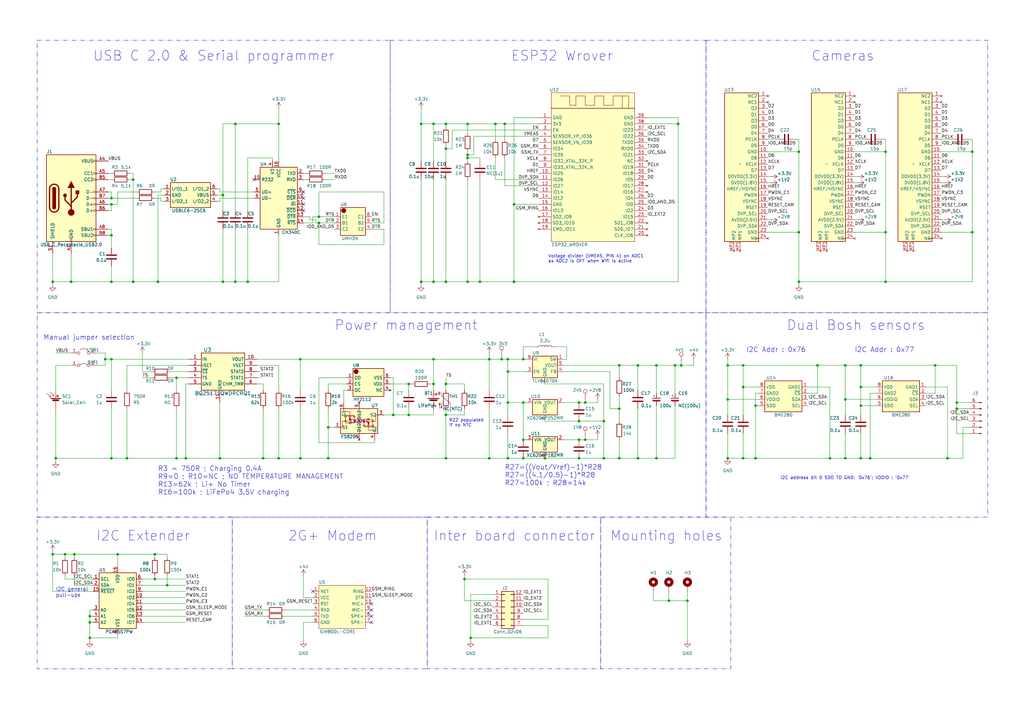
<source format=kicad_sch>
(kicad_sch (version 20230121) (generator eeschema)
  (paper "A3")
  (junction (at 340.36 187.96))
  (junction (at 205.74 147.32))
  (junction (at 363.22 62.23))
  (junction (at 304.8 158.75))
  (junction (at 208.28 165.1))
  (junction (at 96.52 50.8))
  (junction (at 309.88 187.96))
  (junction (at 210.82 83.82))
  (junction (at 269.24 149.86))
  (junction (at 64.77 115.57))
  (junction (at 353.06 158.75))
  (junction (at 214.63 180.34))
  (junction (at 203.2 50.8))
  (junction (at 247.65 187.96))
  (junction (at 72.39 154.94))
  (junction (at 52.07 187.96))
  (junction (at 63.5 227.33))
  (junction (at 182.88 60.96))
  (junction (at 107.95 187.96))
  (junction (at 240.03 165.1))
  (junction (at 45.72 147.32))
  (junction (at 214.63 165.1))
  (junction (at 177.8 115.57))
  (junction (at 36.83 255.27))
  (junction (at 237.49 180.34))
  (junction (at 208.28 187.96))
  (junction (at 22.86 187.96))
  (junction (at 237.49 172.72))
  (junction (at 214.63 147.32))
  (junction (at 269.24 187.96))
  (junction (at 309.88 166.37))
  (junction (at 101.6 115.57))
  (junction (at 72.39 187.96))
  (junction (at 45.72 81.28))
  (junction (at 398.78 95.25))
  (junction (at 327.66 95.25))
  (junction (at 161.29 170.18))
  (junction (at 130.81 91.44))
  (junction (at 383.54 149.86))
  (junction (at 193.04 261.62))
  (junction (at 167.64 170.18))
  (junction (at 274.32 246.38))
  (junction (at 76.2 187.96))
  (junction (at 134.62 187.96))
  (junction (at 298.45 163.83))
  (junction (at 182.88 157.48))
  (junction (at 190.5 237.49))
  (junction (at 346.71 163.83))
  (junction (at 91.44 115.57))
  (junction (at 353.06 187.96))
  (junction (at 45.72 187.96))
  (junction (at 278.13 50.8))
  (junction (at 237.49 165.1))
  (junction (at 223.52 187.96))
  (junction (at 36.83 261.62))
  (junction (at 298.45 149.86))
  (junction (at 335.28 149.86))
  (junction (at 346.71 187.96))
  (junction (at 261.62 187.96))
  (junction (at 134.62 175.26))
  (junction (at 68.58 240.03))
  (junction (at 261.62 149.86))
  (junction (at 346.71 149.86))
  (junction (at 254 149.86))
  (junction (at 43.18 147.32))
  (junction (at 356.87 187.96))
  (junction (at 182.88 187.96))
  (junction (at 96.52 115.57))
  (junction (at 327.66 62.23))
  (junction (at 304.8 149.86))
  (junction (at 45.72 83.82))
  (junction (at 392.43 165.1))
  (junction (at 279.4 149.86))
  (junction (at 36.83 252.73))
  (junction (at 191.77 50.8))
  (junction (at 114.3 187.96))
  (junction (at 29.21 115.57))
  (junction (at 114.3 50.8))
  (junction (at 363.22 95.25))
  (junction (at 48.26 227.33))
  (junction (at 191.77 63.5))
  (junction (at 167.64 157.48))
  (junction (at 21.59 115.57))
  (junction (at 276.86 149.86))
  (junction (at 172.72 50.8))
  (junction (at 191.77 115.57))
  (junction (at 182.88 115.57))
  (junction (at 191.77 64.77))
  (junction (at 392.43 167.64))
  (junction (at 281.94 246.38))
  (junction (at 21.59 227.33))
  (junction (at 353.06 149.86))
  (junction (at 90.17 187.96))
  (junction (at 254 167.64))
  (junction (at 177.8 157.48))
  (junction (at 254 187.96))
  (junction (at 54.61 73.66))
  (junction (at 172.72 115.57))
  (junction (at 363.22 115.57))
  (junction (at 240.03 180.34))
  (junction (at 196.85 115.57))
  (junction (at 208.28 152.4))
  (junction (at 130.81 88.9))
  (junction (at 30.48 227.33))
  (junction (at 123.19 187.96))
  (junction (at 182.88 170.18))
  (junction (at 298.45 187.96))
  (junction (at 91.44 80.01))
  (junction (at 214.63 187.96))
  (junction (at 45.72 96.52))
  (junction (at 26.67 227.33))
  (junction (at 388.62 187.96))
  (junction (at 210.82 115.57))
  (junction (at 327.66 115.57))
  (junction (at 237.49 187.96))
  (junction (at 353.06 166.37))
  (junction (at 304.8 187.96))
  (junction (at 63.5 237.49))
  (junction (at 45.72 115.57))
  (junction (at 177.8 50.8))
  (junction (at 54.61 115.57))
  (junction (at 123.19 147.32))
  (junction (at 247.65 172.72))
  (junction (at 207.01 50.8))
  (junction (at 398.78 62.23))
  (junction (at 177.8 147.32))
  (junction (at 208.28 147.32))
  (junction (at 200.66 187.96))
  (junction (at 200.66 147.32))
  (junction (at 182.88 50.8))
  (no_connect (at 152.4 247.65))
  (no_connect (at 124.46 83.82))
  (no_connect (at 124.46 86.36))
  (no_connect (at 124.46 81.28))
  (no_connect (at 152.4 255.27))
  (no_connect (at 104.14 73.66))
  (no_connect (at 128.27 242.57))
  (no_connect (at 152.4 252.73))
  (no_connect (at 124.46 78.74))
  (no_connect (at 152.4 250.19))
  (wire (pts (xy 45.72 96.52) (xy 45.72 101.6)))
  (wire (pts (xy 182.88 115.57) (xy 191.77 115.57)))
  (wire (pts (xy 90.17 165.1) (xy 90.17 187.96)))
  (wire (pts (xy 386.08 57.15) (xy 389.89 57.15)))
  (wire (pts (xy 107.95 167.64) (xy 107.95 187.96)))
  (wire (pts (xy 340.36 158.75) (xy 340.36 187.96)))
  (wire (pts (xy 304.8 149.86) (xy 335.28 149.86)))
  (wire (pts (xy 63.5 237.49) (xy 76.2 237.49)))
  (wire (pts (xy 69.85 154.94) (xy 72.39 154.94)))
  (wire (pts (xy 182.88 60.96) (xy 185.42 60.96)))
  (wire (pts (xy 210.82 83.82) (xy 210.82 115.57)))
  (wire (pts (xy 182.88 154.94) (xy 182.88 157.48)))
  (wire (pts (xy 203.2 73.66) (xy 220.98 73.66)))
  (wire (pts (xy 66.04 81.28) (xy 66.04 82.55)))
  (wire (pts (xy 208.28 187.96) (xy 214.63 187.96)))
  (wire (pts (xy 304.8 177.8) (xy 304.8 187.96)))
  (wire (pts (xy 250.19 152.4) (xy 250.19 167.64)))
  (wire (pts (xy 182.88 170.18) (xy 182.88 187.96)))
  (wire (pts (xy 254 149.86) (xy 261.62 149.86)))
  (wire (pts (xy 196.85 115.57) (xy 210.82 115.57)))
  (wire (pts (xy 116.84 250.19) (xy 128.27 250.19)))
  (wire (pts (xy 223.52 187.96) (xy 237.49 187.96)))
  (wire (pts (xy 394.97 175.26) (xy 394.97 187.96)))
  (wire (pts (xy 191.77 50.8) (xy 203.2 50.8)))
  (wire (pts (xy 160.02 157.48) (xy 167.64 157.48)))
  (wire (pts (xy 311.15 166.37) (xy 309.88 166.37)))
  (wire (pts (xy 196.85 64.77) (xy 196.85 66.04)))
  (wire (pts (xy 152.4 93.98) (xy 157.48 93.98)))
  (wire (pts (xy 43.18 147.32) (xy 43.18 149.86)))
  (wire (pts (xy 182.88 50.8) (xy 182.88 52.07)))
  (wire (pts (xy 182.88 60.96) (xy 182.88 59.69)))
  (wire (pts (xy 21.59 115.57) (xy 29.21 115.57)))
  (wire (pts (xy 45.72 115.57) (xy 29.21 115.57)))
  (wire (pts (xy 107.95 187.96) (xy 114.3 187.96)))
  (wire (pts (xy 123.19 187.96) (xy 114.3 187.96)))
  (wire (pts (xy 214.63 180.34) (xy 215.9 180.34)))
  (wire (pts (xy 316.23 90.17) (xy 314.96 90.17)))
  (wire (pts (xy 30.48 227.33) (xy 30.48 228.6)))
  (wire (pts (xy 134.62 167.64) (xy 134.62 175.26)))
  (wire (pts (xy 48.26 78.74) (xy 48.26 83.82)))
  (wire (pts (xy 22.86 187.96) (xy 45.72 187.96)))
  (wire (pts (xy 224.79 256.54) (xy 224.79 261.62)))
  (wire (pts (xy 247.65 157.48) (xy 247.65 172.72)))
  (wire (pts (xy 269.24 187.96) (xy 276.86 187.96)))
  (wire (pts (xy 128.27 91.44) (xy 128.27 88.9)))
  (wire (pts (xy 43.18 147.32) (xy 45.72 147.32)))
  (wire (pts (xy 304.8 149.86) (xy 304.8 158.75)))
  (wire (pts (xy 64.77 80.01) (xy 64.77 115.57)))
  (wire (pts (xy 54.61 71.12) (xy 53.34 71.12)))
  (wire (pts (xy 383.54 149.86) (xy 392.43 149.86)))
  (wire (pts (xy 398.78 62.23) (xy 398.78 95.25)))
  (wire (pts (xy 124.46 245.11) (xy 128.27 245.11)))
  (wire (pts (xy 207.01 76.2) (xy 220.98 76.2)))
  (wire (pts (xy 314.96 62.23) (xy 327.66 62.23)))
  (wire (pts (xy 45.72 78.74) (xy 44.45 78.74)))
  (wire (pts (xy 231.14 152.4) (xy 250.19 152.4)))
  (wire (pts (xy 276.86 187.96) (xy 276.86 166.37)))
  (wire (pts (xy 45.72 115.57) (xy 54.61 115.57)))
  (wire (pts (xy 223.52 172.72) (xy 237.49 172.72)))
  (wire (pts (xy 182.88 187.96) (xy 200.66 187.96)))
  (wire (pts (xy 123.19 147.32) (xy 177.8 147.32)))
  (wire (pts (xy 231.14 180.34) (xy 237.49 180.34)))
  (wire (pts (xy 123.19 147.32) (xy 123.19 160.02)))
  (wire (pts (xy 101.6 64.77) (xy 101.6 86.36)))
  (wire (pts (xy 247.65 172.72) (xy 247.65 187.96)))
  (wire (pts (xy 200.66 147.32) (xy 200.66 160.02)))
  (wire (pts (xy 90.17 81.28) (xy 104.14 81.28)))
  (wire (pts (xy 387.35 90.17) (xy 386.08 90.17)))
  (wire (pts (xy 36.83 252.73) (xy 36.83 255.27)))
  (wire (pts (xy 284.48 149.86) (xy 279.4 149.86)))
  (wire (pts (xy 125.73 71.12) (xy 124.46 71.12)))
  (wire (pts (xy 182.88 187.96) (xy 134.62 187.96)))
  (wire (pts (xy 52.07 167.64) (xy 52.07 187.96)))
  (wire (pts (xy 350.52 57.15) (xy 354.33 57.15)))
  (wire (pts (xy 58.42 250.19) (xy 76.2 250.19)))
  (wire (pts (xy 309.88 187.96) (xy 340.36 187.96)))
  (wire (pts (xy 172.72 115.57) (xy 177.8 115.57)))
  (wire (pts (xy 177.8 157.48) (xy 176.53 157.48)))
  (wire (pts (xy 152.4 91.44) (xy 157.48 91.44)))
  (wire (pts (xy 261.62 187.96) (xy 269.24 187.96)))
  (wire (pts (xy 363.22 115.57) (xy 327.66 115.57)))
  (wire (pts (xy 157.48 100.33) (xy 157.48 93.98)))
  (wire (pts (xy 48.26 260.35) (xy 48.26 261.62)))
  (wire (pts (xy 346.71 163.83) (xy 346.71 170.18)))
  (wire (pts (xy 269.24 149.86) (xy 276.86 149.86)))
  (wire (pts (xy 304.8 158.75) (xy 304.8 170.18)))
  (wire (pts (xy 44.45 86.36) (xy 45.72 86.36)))
  (wire (pts (xy 130.81 91.44) (xy 137.16 91.44)))
  (wire (pts (xy 353.06 166.37) (xy 359.41 166.37)))
  (wire (pts (xy 363.22 95.25) (xy 363.22 115.57)))
  (wire (pts (xy 210.82 83.82) (xy 220.98 83.82)))
  (wire (pts (xy 114.3 44.45) (xy 114.3 50.8)))
  (wire (pts (xy 261.62 160.02) (xy 261.62 149.86)))
  (wire (pts (xy 58.42 255.27) (xy 76.2 255.27)))
  (wire (pts (xy 153.67 180.34) (xy 153.67 181.61)))
  (wire (pts (xy 220.98 48.26) (xy 210.82 48.26)))
  (wire (pts (xy 182.88 50.8) (xy 191.77 50.8)))
  (wire (pts (xy 54.61 73.66) (xy 54.61 115.57)))
  (wire (pts (xy 200.66 167.64) (xy 200.66 187.96)))
  (wire (pts (xy 203.2 50.8) (xy 207.01 50.8)))
  (wire (pts (xy 111.76 66.04) (xy 111.76 64.77)))
  (wire (pts (xy 276.86 149.86) (xy 276.86 161.29)))
  (wire (pts (xy 90.17 77.47) (xy 88.9 77.47)))
  (wire (pts (xy 45.72 187.96) (xy 52.07 187.96)))
  (wire (pts (xy 191.77 63.5) (xy 191.77 64.77)))
  (wire (pts (xy 353.06 149.86) (xy 353.06 158.75)))
  (wire (pts (xy 22.86 167.64) (xy 22.86 187.96)))
  (wire (pts (xy 351.79 72.39) (xy 350.52 72.39)))
  (wire (pts (xy 327.66 95.25) (xy 314.96 95.25)))
  (wire (pts (xy 76.2 187.96) (xy 90.17 187.96)))
  (wire (pts (xy 161.29 154.94) (xy 160.02 154.94)))
  (wire (pts (xy 68.58 236.22) (xy 68.58 240.03)))
  (wire (pts (xy 177.8 50.8) (xy 177.8 66.04)))
  (wire (pts (xy 96.52 93.98) (xy 96.52 115.57)))
  (wire (pts (xy 190.5 237.49) (xy 224.79 237.49)))
  (wire (pts (xy 157.48 170.18) (xy 161.29 170.18)))
  (wire (pts (xy 314.96 57.15) (xy 318.77 57.15)))
  (wire (pts (xy 44.45 83.82) (xy 45.72 83.82)))
  (wire (pts (xy 278.13 50.8) (xy 265.43 50.8)))
  (wire (pts (xy 68.58 227.33) (xy 68.58 228.6)))
  (wire (pts (xy 359.41 161.29) (xy 356.87 161.29)))
  (wire (pts (xy 392.43 167.64) (xy 397.51 167.64)))
  (wire (pts (xy 134.62 160.02) (xy 134.62 157.48)))
  (wire (pts (xy 177.8 170.18) (xy 167.64 170.18)))
  (wire (pts (xy 172.72 50.8) (xy 172.72 66.04)))
  (wire (pts (xy 254 167.64) (xy 254 172.72)))
  (wire (pts (xy 386.08 62.23) (xy 398.78 62.23)))
  (wire (pts (xy 58.42 252.73) (xy 76.2 252.73)))
  (wire (pts (xy 397.51 177.8) (xy 392.43 177.8)))
  (wire (pts (xy 90.17 78.74) (xy 104.14 78.74)))
  (wire (pts (xy 398.78 95.25) (xy 386.08 95.25)))
  (wire (pts (xy 208.28 165.1) (xy 214.63 165.1)))
  (wire (pts (xy 331.47 158.75) (xy 340.36 158.75)))
  (wire (pts (xy 200.66 187.96) (xy 208.28 187.96)))
  (wire (pts (xy 346.71 149.86) (xy 346.71 163.83)))
  (wire (pts (xy 398.78 115.57) (xy 398.78 95.25)))
  (wire (pts (xy 298.45 187.96) (xy 304.8 187.96)))
  (wire (pts (xy 219.71 142.24) (xy 214.63 142.24)))
  (wire (pts (xy 214.63 147.32) (xy 208.28 147.32)))
  (wire (pts (xy 182.88 167.64) (xy 182.88 170.18)))
  (wire (pts (xy 205.74 146.05) (xy 205.74 147.32)))
  (wire (pts (xy 190.5 236.22) (xy 190.5 237.49)))
  (wire (pts (xy 168.91 157.48) (xy 167.64 157.48)))
  (wire (pts (xy 261.62 149.86) (xy 269.24 149.86)))
  (wire (pts (xy 205.74 147.32) (xy 208.28 147.32)))
  (wire (pts (xy 124.46 255.27) (xy 128.27 255.27)))
  (wire (pts (xy 190.5 170.18) (xy 182.88 170.18)))
  (wire (pts (xy 207.01 76.2) (xy 207.01 64.77)))
  (wire (pts (xy 190.5 167.64) (xy 190.5 170.18)))
  (wire (pts (xy 185.42 53.34) (xy 185.42 60.96)))
  (wire (pts (xy 207.01 50.8) (xy 207.01 57.15)))
  (wire (pts (xy 298.45 177.8) (xy 298.45 187.96)))
  (wire (pts (xy 383.54 149.86) (xy 383.54 161.29)))
  (wire (pts (xy 45.72 83.82) (xy 45.72 86.36)))
  (wire (pts (xy 114.3 115.57) (xy 114.3 96.52)))
  (wire (pts (xy 208.28 152.4) (xy 208.28 147.32)))
  (wire (pts (xy 279.4 148.59) (xy 279.4 149.86)))
  (wire (pts (xy 177.8 73.66) (xy 177.8 115.57)))
  (wire (pts (xy 130.81 91.44) (xy 130.81 100.33)))
  (wire (pts (xy 54.61 73.66) (xy 54.61 71.12)))
  (wire (pts (xy 231.14 149.86) (xy 254 149.86)))
  (wire (pts (xy 363.22 57.15) (xy 361.95 57.15)))
  (wire (pts (xy 353.06 177.8) (xy 353.06 187.96)))
  (wire (pts (xy 114.3 50.8) (xy 114.3 66.04)))
  (wire (pts (xy 247.65 187.96) (xy 254 187.96)))
  (wire (pts (xy 105.41 154.94) (xy 106.68 154.94)))
  (wire (pts (xy 191.77 73.66) (xy 191.77 115.57)))
  (wire (pts (xy 276.86 149.86) (xy 279.4 149.86)))
  (wire (pts (xy 177.8 167.64) (xy 177.8 170.18)))
  (wire (pts (xy 30.48 236.22) (xy 30.48 240.03)))
  (wire (pts (xy 134.62 175.26) (xy 134.62 187.96)))
  (wire (pts (xy 76.2 157.48) (xy 76.2 187.96)))
  (wire (pts (xy 63.5 237.49) (xy 63.5 236.22)))
  (wire (pts (xy 387.35 74.93) (xy 386.08 74.93)))
  (wire (pts (xy 130.81 91.44) (xy 129.54 91.44)))
  (wire (pts (xy 63.5 227.33) (xy 68.58 227.33)))
  (wire (pts (xy 214.63 147.32) (xy 215.9 147.32)))
  (wire (pts (xy 58.42 144.78) (xy 58.42 152.4)))
  (wire (pts (xy 157.48 78.74) (xy 157.48 91.44)))
  (wire (pts (xy 281.94 246.38) (xy 281.94 262.89)))
  (wire (pts (xy 193.04 243.84) (xy 201.93 243.84)))
  (wire (pts (xy 214.63 165.1) (xy 215.9 165.1)))
  (wire (pts (xy 269.24 166.37) (xy 269.24 187.96)))
  (wire (pts (xy 63.5 81.28) (xy 66.04 81.28)))
  (wire (pts (xy 327.66 57.15) (xy 326.39 57.15)))
  (wire (pts (xy 96.52 50.8) (xy 114.3 50.8)))
  (wire (pts (xy 388.62 158.75) (xy 388.62 187.96)))
  (wire (pts (xy 340.36 187.96) (xy 346.71 187.96)))
  (wire (pts (xy 161.29 170.18) (xy 161.29 154.94)))
  (wire (pts (xy 240.03 165.1) (xy 245.11 165.1)))
  (wire (pts (xy 379.73 158.75) (xy 388.62 158.75)))
  (wire (pts (xy 227.33 142.24) (xy 232.41 142.24)))
  (wire (pts (xy 200.66 144.78) (xy 200.66 147.32)))
  (wire (pts (xy 44.45 71.12) (xy 45.72 71.12)))
  (wire (pts (xy 29.21 104.14) (xy 29.21 115.57)))
  (wire (pts (xy 90.17 82.55) (xy 88.9 82.55)))
  (wire (pts (xy 194.31 55.88) (xy 220.98 55.88)))
  (wire (pts (xy 172.72 50.8) (xy 177.8 50.8)))
  (wire (pts (xy 58.42 154.94) (xy 62.23 154.94)))
  (wire (pts (xy 26.67 227.33) (xy 26.67 228.6)))
  (wire (pts (xy 363.22 62.23) (xy 363.22 57.15)))
  (wire (pts (xy 64.77 115.57) (xy 91.44 115.57)))
  (wire (pts (xy 193.04 261.62) (xy 193.04 262.89)))
  (wire (pts (xy 105.41 152.4) (xy 106.68 152.4)))
  (wire (pts (xy 45.72 109.22) (xy 45.72 115.57)))
  (wire (pts (xy 167.64 157.48) (xy 167.64 160.02)))
  (wire (pts (xy 353.06 158.75) (xy 359.41 158.75)))
  (wire (pts (xy 278.13 115.57) (xy 278.13 50.8)))
  (wire (pts (xy 214.63 256.54) (xy 224.79 256.54)))
  (wire (pts (xy 335.28 161.29) (xy 335.28 149.86)))
  (wire (pts (xy 134.62 175.26) (xy 137.16 175.26)))
  (wire (pts (xy 350.52 62.23) (xy 363.22 62.23)))
  (wire (pts (xy 237.49 165.1) (xy 240.03 165.1)))
  (wire (pts (xy 36.83 255.27) (xy 38.1 255.27)))
  (wire (pts (xy 190.5 160.02) (xy 190.5 157.48)))
  (wire (pts (xy 311.15 161.29) (xy 309.88 161.29)))
  (wire (pts (xy 38.1 242.57) (xy 21.59 242.57)))
  (wire (pts (xy 90.17 187.96) (xy 107.95 187.96)))
  (wire (pts (xy 250.19 167.64) (xy 254 167.64)))
  (wire (pts (xy 48.26 227.33) (xy 48.26 232.41)))
  (wire (pts (xy 182.88 60.96) (xy 182.88 66.04)))
  (wire (pts (xy 21.59 242.57) (xy 21.59 227.33)))
  (wire (pts (xy 130.81 78.74) (xy 157.48 78.74)))
  (wire (pts (xy 43.18 149.86) (xy 39.37 149.86)))
  (wire (pts (xy 177.8 115.57) (xy 182.88 115.57)))
  (wire (pts (xy 203.2 64.77) (xy 203.2 73.66)))
  (wire (pts (xy 101.6 93.98) (xy 101.6 115.57)))
  (wire (pts (xy 133.35 73.66) (xy 137.16 73.66)))
  (wire (pts (xy 304.8 158.75) (xy 311.15 158.75)))
  (wire (pts (xy 130.81 88.9) (xy 137.16 88.9)))
  (wire (pts (xy 77.47 149.86) (xy 52.07 149.86)))
  (wire (pts (xy 88.9 80.01) (xy 91.44 80.01)))
  (wire (pts (xy 44.45 93.98) (xy 45.72 93.98)))
  (wire (pts (xy 54.61 115.57) (xy 64.77 115.57)))
  (wire (pts (xy 177.8 50.8) (xy 182.88 50.8)))
  (wire (pts (xy 44.45 73.66) (xy 45.72 73.66)))
  (wire (pts (xy 237.49 172.72) (xy 247.65 172.72)))
  (wire (pts (xy 22.86 149.86) (xy 22.86 160.02)))
  (wire (pts (xy 67.31 80.01) (xy 64.77 80.01)))
  (wire (pts (xy 58.42 245.11) (xy 76.2 245.11)))
  (wire (pts (xy 309.88 161.29) (xy 309.88 166.37)))
  (wire (pts (xy 351.79 74.93) (xy 350.52 74.93)))
  (wire (pts (xy 52.07 149.86) (xy 52.07 160.02)))
  (wire (pts (xy 281.94 246.38) (xy 281.94 242.57)))
  (wire (pts (xy 58.42 242.57) (xy 76.2 242.57)))
  (wire (pts (xy 100.33 250.19) (xy 109.22 250.19)))
  (wire (pts (xy 214.63 254) (xy 224.79 254)))
  (wire (pts (xy 44.45 81.28) (xy 45.72 81.28)))
  (wire (pts (xy 351.79 90.17) (xy 350.52 90.17)))
  (wire (pts (xy 22.86 144.78) (xy 29.21 144.78)))
  (wire (pts (xy 161.29 170.18) (xy 167.64 170.18)))
  (wire (pts (xy 91.44 80.01) (xy 91.44 50.8)))
  (wire (pts (xy 26.67 236.22) (xy 26.67 237.49)))
  (wire (pts (xy 63.5 228.6) (xy 63.5 227.33)))
  (wire (pts (xy 346.71 187.96) (xy 353.06 187.96)))
  (wire (pts (xy 346.71 163.83) (xy 359.41 163.83)))
  (wire (pts (xy 356.87 187.96) (xy 388.62 187.96)))
  (wire (pts (xy 237.49 187.96) (xy 247.65 187.96)))
  (wire (pts (xy 116.84 252.73) (xy 128.27 252.73)))
  (wire (pts (xy 45.72 81.28) (xy 55.88 81.28)))
  (wire (pts (xy 353.06 166.37) (xy 353.06 170.18)))
  (wire (pts (xy 203.2 50.8) (xy 203.2 57.15)))
  (wire (pts (xy 124.46 255.27) (xy 124.46 262.89)))
  (wire (pts (xy 200.66 147.32) (xy 205.74 147.32)))
  (wire (pts (xy 55.88 78.74) (xy 48.26 78.74)))
  (wire (pts (xy 274.32 246.38) (xy 281.94 246.38)))
  (wire (pts (xy 44.45 96.52) (xy 45.72 96.52)))
  (wire (pts (xy 172.72 73.66) (xy 172.72 115.57)))
  (wire (pts (xy 100.33 252.73) (xy 109.22 252.73)))
  (wire (pts (xy 22.86 187.96) (xy 22.86 189.23)))
  (wire (pts (xy 210.82 48.26) (xy 210.82 83.82)))
  (wire (pts (xy 114.3 167.64) (xy 114.3 187.96)))
  (wire (pts (xy 36.83 250.19) (xy 36.83 252.73)))
  (wire (pts (xy 398.78 57.15) (xy 397.51 57.15)))
  (wire (pts (xy 298.45 163.83) (xy 298.45 170.18)))
  (wire (pts (xy 208.28 165.1) (xy 208.28 170.18)))
  (wire (pts (xy 240.03 163.83) (xy 240.03 165.1)))
  (wire (pts (xy 45.72 147.32) (xy 77.47 147.32)))
  (wire (pts (xy 36.83 261.62) (xy 36.83 255.27)))
  (wire (pts (xy 240.03 179.07) (xy 240.03 180.34)))
  (wire (pts (xy 232.41 147.32) (xy 231.14 147.32)))
  (wire (pts (xy 30.48 240.03) (xy 38.1 240.03)))
  (wire (pts (xy 353.06 149.86) (xy 383.54 149.86)))
  (wire (pts (xy 177.8 157.48) (xy 177.8 160.02)))
  (wire (pts (xy 274.32 246.38) (xy 274.32 242.57)))
  (wire (pts (xy 52.07 187.96) (xy 72.39 187.96)))
  (wire (pts (xy 167.64 167.64) (xy 167.64 170.18)))
  (wire (pts (xy 111.76 64.77) (xy 101.6 64.77)))
  (wire (pts (xy 72.39 154.94) (xy 77.47 154.94)))
  (wire (pts (xy 114.3 149.86) (xy 114.3 160.02)))
  (wire (pts (xy 267.97 246.38) (xy 267.97 242.57)))
  (wire (pts (xy 96.52 115.57) (xy 101.6 115.57)))
  (wire (pts (xy 58.42 247.65) (xy 76.2 247.65)))
  (wire (pts (xy 223.52 157.48) (xy 247.65 157.48)))
  (wire (pts (xy 214.63 165.1) (xy 214.63 180.34)))
  (wire (pts (xy 26.67 227.33) (xy 30.48 227.33)))
  (wire (pts (xy 105.41 149.86) (xy 114.3 149.86)))
  (wire (pts (xy 26.67 237.49) (xy 38.1 237.49)))
  (wire (pts (xy 278.13 48.26) (xy 278.13 50.8)))
  (wire (pts (xy 353.06 187.96) (xy 356.87 187.96)))
  (wire (pts (xy 214.63 142.24) (xy 214.63 147.32)))
  (wire (pts (xy 208.28 152.4) (xy 208.28 165.1)))
  (wire (pts (xy 48.26 261.62) (xy 36.83 261.62)))
  (wire (pts (xy 397.51 165.1) (xy 392.43 165.1)))
  (wire (pts (xy 316.23 74.93) (xy 314.96 74.93)))
  (wire (pts (xy 245.11 180.34) (xy 245.11 179.07)))
  (wire (pts (xy 261.62 167.64) (xy 261.62 187.96)))
  (wire (pts (xy 254 162.56) (xy 254 167.64)))
  (wire (pts (xy 298.45 149.86) (xy 298.45 163.83)))
  (wire (pts (xy 137.16 71.12) (xy 133.35 71.12)))
  (wire (pts (xy 327.66 62.23) (xy 327.66 95.25)))
  (wire (pts (xy 191.77 64.77) (xy 196.85 64.77)))
  (wire (pts (xy 91.44 115.57) (xy 96.52 115.57)))
  (wire (pts (xy 254 180.34) (xy 254 187.96)))
  (wire (pts (xy 265.43 48.26) (xy 278.13 48.26)))
  (wire (pts (xy 210.82 115.57) (xy 278.13 115.57)))
  (wire (pts (xy 107.95 157.48) (xy 107.95 160.02)))
  (wire (pts (xy 284.48 147.32) (xy 284.48 149.86)))
  (wire (pts (xy 327.66 95.25) (xy 327.66 115.57)))
  (wire (pts (xy 254 149.86) (xy 254 154.94)))
  (wire (pts (xy 190.5 246.38) (xy 201.93 246.38)))
  (wire (pts (xy 21.59 115.57) (xy 21.59 116.84)))
  (wire (pts (xy 45.72 93.98) (xy 45.72 96.52)))
  (wire (pts (xy 29.21 149.86) (xy 22.86 149.86)))
  (wire (pts (xy 269.24 149.86) (xy 269.24 161.29)))
  (wire (pts (xy 30.48 227.33) (xy 48.26 227.33)))
  (wire (pts (xy 182.88 73.66) (xy 182.88 115.57)))
  (wire (pts (xy 105.41 147.32) (xy 123.19 147.32)))
  (wire (pts (xy 208.28 152.4) (xy 215.9 152.4)))
  (wire (pts (xy 76.2 157.48) (xy 77.47 157.48)))
  (wire (pts (xy 58.42 237.49) (xy 63.5 237.49)))
  (wire (pts (xy 130.81 88.9) (xy 130.81 78.74)))
  (wire (pts (xy 66.04 77.47) (xy 67.31 77.47)))
  (wire (pts (xy 130.81 181.61) (xy 130.81 154.94)))
  (wire (pts (xy 224.79 237.49) (xy 224.79 254)))
  (wire (pts (xy 191.77 62.23) (xy 191.77 63.5)))
  (wire (pts (xy 140.97 160.02) (xy 140.97 165.1)))
  (wire (pts (xy 193.04 243.84) (xy 193.04 261.62)))
  (wire (pts (xy 398.78 62.23) (xy 398.78 57.15)))
  (wire (pts (xy 124.46 73.66) (xy 125.73 73.66)))
  (wire (pts (xy 58.42 240.03) (xy 68.58 240.03)))
  (wire (pts (xy 237.49 180.34) (xy 240.03 180.34)))
  (wire (pts (xy 194.31 63.5) (xy 194.31 55.88)))
  (wire (pts (xy 298.45 147.32) (xy 298.45 149.86)))
  (wire (pts (xy 90.17 77.47) (xy 90.17 78.74)))
  (wire (pts (xy 304.8 187.96) (xy 309.88 187.96)))
  (wire (pts (xy 21.59 226.06) (xy 21.59 227.33)))
  (wire (pts (xy 193.04 261.62) (xy 224.79 261.62)))
  (wire (pts (xy 38.1 250.19) (xy 36.83 250.19)))
  (wire (pts (xy 36.83 261.62) (xy 36.83 262.89)))
  (wire (pts (xy 48.26 227.33) (xy 63.5 227.33)))
  (wire (pts (xy 124.46 91.44) (xy 128.27 91.44)))
  (wire (pts (xy 346.71 149.86) (xy 353.06 149.86)))
  (wire (pts (xy 153.67 181.61) (xy 130.81 181.61)))
  (wire (pts (xy 124.46 236.22) (xy 124.46 245.11)))
  (wire (pts (xy 245.11 165.1) (xy 245.11 163.83)))
  (wire (pts (xy 191.77 63.5) (xy 194.31 63.5)))
  (wire (pts (xy 45.72 147.32) (xy 45.72 160.02)))
  (wire (pts (xy 327.66 62.23) (xy 327.66 57.15)))
  (wire (pts (xy 130.81 154.94) (xy 142.24 154.94)))
  (wire (pts (xy 129.54 90.17) (xy 127 90.17)))
  (wire (pts (xy 123.19 187.96) (xy 134.62 187.96)))
  (wire (pts (xy 190.5 237.49) (xy 190.5 246.38)))
  (wire (pts (xy 207.01 50.8) (xy 220.98 50.8)))
  (wire (pts (xy 191.77 64.77) (xy 191.77 66.04)))
  (wire (pts (xy 309.88 166.37) (xy 309.88 187.96)))
  (wire (pts (xy 392.43 167.64) (xy 392.43 165.1)))
  (wire (pts (xy 240.03 180.34) (xy 245.11 180.34)))
  (wire (pts (xy 45.72 81.28) (xy 45.72 78.74)))
  (wire (pts (xy 91.44 50.8) (xy 96.52 50.8)))
  (wire (pts (xy 172.72 44.45) (xy 172.72 50.8)))
  (wire (pts (xy 379.73 161.29) (xy 383.54 161.29)))
  (wire (pts (xy 298.45 163.83) (xy 311.15 163.83)))
  (wire (pts (xy 39.37 144.78) (xy 43.18 144.78)))
  (wire (pts (xy 123.19 167.64) (xy 123.19 187.96)))
  (wire (pts (xy 21.59 227.33) (xy 26.67 227.33)))
  (wire (pts (xy 124.46 88.9) (xy 127 88.9)))
  (wire (pts (xy 45.72 83.82) (xy 48.26 83.82)))
  (wire (pts (xy 96.52 50.8) (xy 96.52 86.36)))
  (wire (pts (xy 363.22 115.57) (xy 398.78 115.57)))
  (wire (pts (xy 254 187.96) (xy 261.62 187.96)))
  (wire (pts (xy 214.63 187.96) (xy 223.52 187.96)))
  (wire (pts (xy 363.22 95.25) (xy 350.52 95.25)))
  (wire (pts (xy 43.18 144.78) (xy 43.18 147.32)))
  (wire (pts (xy 191.77 50.8) (xy 191.77 54.61)))
  (wire (pts (xy 134.62 157.48) (xy 142.24 157.48)))
  (wire (pts (xy 53.34 73.66) (xy 54.61 73.66)))
  (wire (pts (xy 130.81 100.33) (xy 157.48 100.33)))
  (wire (pts (xy 21.59 104.14) (xy 21.59 115.57)))
  (wire (pts (xy 91.44 93.98) (xy 91.44 115.57)))
  (wire (pts (xy 363.22 62.23) (xy 363.22 95.25)))
  (wire (pts (xy 231.14 165.1) (xy 237.49 165.1)))
  (wire (pts (xy 101.6 115.57) (xy 114.3 115.57)))
  (wire (pts (xy 38.1 252.73) (xy 36.83 252.73)))
  (wire (pts (xy 335.28 149.86) (xy 346.71 149.86)))
  (wire (pts (xy 72.39 187.96) (xy 76.2 187.96)))
  (wire (pts (xy 66.04 82.55) (xy 67.31 82.55)))
  (wire (pts (xy 208.28 177.8) (xy 208.28 187.96)))
  (wire (pts (xy 386.08 72.39) (xy 387.35 72.39)))
  (wire (pts (xy 346.71 177.8) (xy 346.71 187.96)))
  (wire (pts (xy 298.45 149.86) (xy 304.8 149.86)))
  (wire (pts (xy 267.97 246.38) (xy 274.32 246.38)))
  (wire (pts (xy 127 90.17) (xy 127 88.9)))
  (wire (pts (xy 66.04 78.74) (xy 66.04 77.47)))
  (wire (pts (xy 392.43 165.1) (xy 392.43 149.86)))
  (wire (pts (xy 392.43 177.8) (xy 392.43 167.64)))
  (wire (pts (xy 107.95 157.48) (xy 105.41 157.48)))
  (wire (pts (xy 353.06 158.75) (xy 353.06 166.37)))
  (wire (pts (xy 388.62 187.96) (xy 394.97 187.96)))
  (wire (pts (xy 196.85 73.66) (xy 196.85 115.57)))
  (wire (pts (xy 316.23 72.39) (xy 314.96 72.39)))
  (wire (pts (xy 142.24 160.02) (xy 140.97 160.02)))
  (wire (pts (xy 356.87 161.29) (xy 356.87 187.96)))
  (wire (pts (xy 177.8 147.32) (xy 200.66 147.32)))
  (wire (pts (xy 68.58 240.03) (xy 76.2 240.03)))
  (wire (pts (xy 91.44 80.01) (xy 91.44 86.36)))
  (wire (pts (xy 129.54 91.44) (xy 129.54 90.17)))
  (wire (pts (xy 58.42 152.4) (xy 62.23 152.4)))
  (wire (pts (xy 331.47 161.29) (xy 335.28 161.29)))
  (wire (pts (xy 128.27 88.9) (xy 130.81 88.9)))
  (wire (pts (xy 232.41 142.24) (xy 232.41 147.32)))
  (wire (pts (xy 172.72 115.57) (xy 172.72 116.84)))
  (wire (pts (xy 177.8 147.32) (xy 177.8 157.48)))
  (wire (pts (xy 182.88 157.48) (xy 190.5 157.48)))
  (wire (pts (xy 72.39 154.94) (xy 72.39 160.02)))
  (wire (pts (xy 182.88 157.48) (xy 182.88 160.02)))
  (wire (pts (xy 45.72 167.64) (xy 45.72 187.96)))
  (wire (pts (xy 191.77 115.57) (xy 196.85 115.57)))
  (wire (pts (xy 90.17 81.28) (xy 90.17 82.55)))
  (wire (pts (xy 397.51 175.26) (xy 394.97 175.26)))
  (wire (pts (xy 185.42 53.34) (xy 220.98 53.34)))
  (wire (pts (xy 63.5 78.74) (xy 66.04 78.74)))
  (wire (pts (xy 69.85 152.4) (xy 77.47 152.4)))
  (wire (pts (xy 72.39 167.64) (xy 72.39 187.96)))
  (wire (pts (xy 327.66 115.57) (xy 327.66 116.84)))
  (rectangle (start 289.56 128.27) (end 405.13 212.09) (stroke (width 0) (type dash_dot_dot)))
  (rectangle (start 175.26 212.09) (end 246.38 274.32) (stroke (width 0) (type dash_dot_dot)))
  (rectangle (start 160.02 16.51) (end 289.56 128.27) (stroke (width 0) (type dash_dot_dot)))
  (rectangle (start 246.38 212.09) (end 299.72 274.32) (stroke (width 0) (type dash_dot_dot)))
  (rectangle (start 289.56 16.51) (end 405.13 128.27) (stroke (width 0) (type dash_dot_dot)))
  (rectangle (start 95.25 212.09) (end 175.26 274.32) (stroke (width 0) (type dash_dot_dot)))
  (rectangle (start 15.24 212.09) (end 95.25 274.32) (stroke (width 0) (type dash_dot_dot)))
  (rectangle (start 15.24 16.51) (end 160.02 128.27) (stroke (width 0) (type dash_dot_dot)))
  (rectangle (start 15.24 128.27) (end 289.56 212.09) (stroke (width 0) (type dash_dot_dot)))
  (text "Inter board connector" (at 177.8 222.25 0) (effects (font (size 4 4)) (justify left bottom)))
  (text "I2C Extender" (at 39.37 222.25 0) (effects (font (size 4 4)) (justify left bottom)))
  (text "I2C address bit 0 SDO TO GND: '0x76'; VDDIO : '0x77'" (at 320.04 196.85 0) (effects (font (size 1.27 1.27)) (justify left bottom)))
  (text "I2C Addr : 0x76" (at 306.07 144.78 0) (effects (font (size 2 2)) (justify left bottom)))
  (text "2G+ Modem" (at 118.11 222.25 0) (effects (font (size 4 4)) (justify left bottom)))
  (text "Dual Bosh sensors" (at 322.58 135.89 0) (effects (font (size 4 4)) (justify left bottom)))
  (text "R22 populated\nif no NTC" (at 184.15 175.26 0) (effects (font (size 1.27 1.27)) (justify left bottom)))
  (text "I2C Addr : 0x77" (at 350.52 144.78 0) (effects (font (size 2 2)) (justify left bottom)))
  (text "Manual jumper selection" (at 17.78 139.7 0) (effects (font (size 2 2)) (justify left bottom)))
  (text "Mounting holes" (at 250.19 222.25 0) (effects (font (size 4 4)) (justify left bottom)))
  (text "I2C general\npull-ups" (at 22.86 245.11 0) (effects (font (size 1.5 1.5)) (justify left bottom)))
  (text "Cameras" (at 332.74 25.4 0) (effects (font (size 4 4)) (justify left bottom)))
  (text "R27=((Vout/Vref)-1)*R28\nR27=((4.1/0.5)-1)*R28\nR27=100k ; R28=14k\n" (at 207.01 199.39 0) (effects (font (size 2 2)) (justify left bottom)))
  (text "R3 = 750R ; Charging 0.4A\nR9=0 ; R10=NC ; NO TEMPERATURE MANAGEMENT\nR13=62k ; Li+ No Timer\nR16=100k ; LiFePo4 3.5V charging\n" (at 64.77 203.2 0) (effects (font (size 2 2)) (justify left bottom)))
  (text "ESP32 Wrover" (at 209.55 25.4 0) (effects (font (size 4 4)) (justify left bottom)))
  (text "USB C 2.0 & Serial programmer" (at 38.1 25.4 0) (effects (font (size 4 4)) (justify left bottom)))
  (text "Power management" (at 137.16 135.89 0) (effects (font (size 4 4)) (justify left bottom)))
  (text "Voltage divider (VMEAS, PIN 4) on ADC1 \nas ADC2 is OFF when Wifi is active" (at 224.79 107.95 0) (effects (font (size 1.27 1.27)) (justify left bottom)))
  (label "I2C_SCL" (at 265.43 55.88 0))
  (label "I2C_SDA" (at 38.1 240.03 180))
  (label "PCLK" (at 314.96 57.15 0))
  (label "RTS" (at 152.4 91.44 0))
  (label "D1" (at 314.96 46.99 0))
  (label "DVP_SCL" (at 314.96 87.63 0))
  (label "VSYNC" (at 220.98 78.74 180))
  (label "HREF" (at 220.98 71.12 180))
  (label "VBUS" (at 44.45 66.04 0))
  (label "D0" (at 265.43 73.66 0))
  (label "RXD0" (at 265.43 58.42 0))
  (label "I2C_SCL" (at 379.73 166.37 0))
  (label "IO0_AND_D5" (at 265.43 83.82 0))
  (label "D6" (at 220.98 81.28 180))
  (label "RESET_CAM" (at 314.96 85.09 0))
  (label "IO0_AND_D5" (at 314.96 59.69 0))
  (label "PWDN_C3" (at 76.2 247.65 0))
  (label "D2" (at 265.43 81.28 0))
  (label "IO_EXT2" (at 214.63 246.38 0))
  (label "TS" (at 58.42 154.94 0))
  (label "I2C_SCL" (at 214.63 251.46 0))
  (label "STAT1" (at 106.68 154.94 0))
  (label "GSM_RESET" (at 76.2 252.73 0))
  (label "IO0_AND_D5" (at 137.16 93.98 180))
  (label "GSM_RING" (at 220.98 86.36 180))
  (label "D4" (at 265.43 71.12 0))
  (label "D0" (at 386.08 52.07 0))
  (label "GSM_SLEEP_MODE" (at 76.2 250.19 0))
  (label "D4" (at 314.96 54.61 0))
  (label "PWDN_C1" (at 314.96 80.01 0))
  (label "D0" (at 314.96 52.07 0))
  (label "D7" (at 386.08 69.85 0))
  (label "GSM_SLEEP_MODE" (at 152.4 245.11 0))
  (label "I2C_SDA" (at 265.43 63.5 0))
  (label "STAT2" (at 106.68 152.4 0))
  (label "IO0_AND_D5" (at 386.08 59.69 0))
  (label "D1" (at 220.98 68.58 180))
  (label "PCLK" (at 265.43 68.58 0))
  (label "VSYNC" (at 350.52 82.55 0))
  (label "D3" (at 265.43 86.36 0))
  (label "IO_EXT1" (at 265.43 53.34 0))
  (label "D4" (at 350.52 54.61 0))
  (label "STAT1" (at 76.2 237.49 0))
  (label "VSYNC" (at 314.96 82.55 0))
  (label "GSM_TX" (at 100.33 250.19 0))
  (label "D2" (at 350.52 44.45 0))
  (label "IO_EXT2" (at 265.43 88.9 0))
  (label "D1" (at 386.08 46.99 0))
  (label "RESET_CAM" (at 386.08 85.09 0))
  (label "VSYNC" (at 386.08 82.55 0))
  (label "I2C_SDA" (at 201.93 251.46 180))
  (label "DVP_SCL" (at 220.98 76.2 180))
  (label "I2C_SCL" (at 331.47 166.37 0))
  (label "D2" (at 386.08 44.45 0))
  (label "GSM_RING" (at 152.4 242.57 0))
  (label "D3" (at 386.08 49.53 0))
  (label "DVP_SDA" (at 350.52 92.71 0))
  (label "HREF" (at 350.52 77.47 0))
  (label "HREF" (at 314.96 77.47 0))
  (label "PWDN_C1" (at 76.2 242.57 0))
  (label "XCLK" (at 350.52 67.31 0))
  (label "PWDN_C3" (at 386.08 80.01 0))
  (label "I2C_SCL" (at 397.51 172.72 180))
  (label "IO_EXT1" (at 201.93 256.54 180))
  (label "DTR" (at 152.4 93.98 0))
  (label "D4" (at 386.08 54.61 0))
  (label "TXD0" (at 137.16 71.12 0))
  (label "I2C_SCL" (at 38.1 237.49 180))
  (label "GSM_TX" (at 220.98 63.5 180))
  (label "RESET_CAM" (at 350.52 85.09 0))
  (label "D6" (at 386.08 64.77 0))
  (label "TXD0" (at 265.43 60.96 0))
  (label "EN" (at 220.98 53.34 180))
  (label "D7" (at 350.52 69.85 0))
  (label "DVP_SDA" (at 386.08 92.71 0))
  (label "STAT2" (at 76.2 240.03 0))
  (label "I2C_SDA" (at 214.63 248.92 0))
  (label "XCLK" (at 220.98 66.04 180))
  (label "PWDN_C2" (at 350.52 80.01 0))
  (label "IO_EXT1" (at 214.63 243.84 0))
  (label "PWDN_C2" (at 76.2 245.11 0))
  (label "D6" (at 314.96 64.77 0))
  (label "HREF" (at 386.08 77.47 0))
  (label "IO0_AND_D5" (at 350.52 59.69 0))
  (label "RXD0" (at 137.16 73.66 0))
  (label "GSM_RESET" (at 128.27 247.65 180))
  (label "VMEAS" (at 220.98 55.88 180))
  (label "D2" (at 314.96 44.45 0))
  (label "PCLK" (at 350.52 57.15 0))
  (label "I2C_SDA" (at 331.47 163.83 0))
  (label "D1" (at 350.52 46.99 0))
  (label "D7" (at 220.98 58.42 180))
  (label "I2C_SCL" (at 201.93 248.92 180))
  (label "RESET_CAM" (at 76.2 255.27 0))
  (label "XCLK" (at 314.96 67.31 0))
  (label "DVP_SDA" (at 314.96 92.71 0))
  (label "GSM_RX" (at 100.33 252.73 0))
  (label "DVP_SCL" (at 386.08 87.63 0))
  (label "GSM_RX" (at 220.98 60.96 180))
  (label "VBUS" (at 22.86 144.78 0))
  (label "IO_EXT2" (at 201.93 254 180))
  (label "D3" (at 314.96 49.53 0))
  (label "D7" (at 314.96 69.85 0))
  (label "DTR" (at 137.16 91.44 180))
  (label "I2C_SDA" (at 397.51 170.18 180))
  (label "DVP_SDA" (at 220.98 73.66 180))
  (label "PCLK" (at 386.08 57.15 0))
  (label "D0" (at 350.52 52.07 0))
  (label "DVP_SCL" (at 350.52 87.63 0))
  (label "D3" (at 350.52 49.53 0))
  (label "XCLK" (at 386.08 67.31 0))
  (label "TS" (at 182.88 154.94 0))
  (label "D6" (at 350.52 64.77 0))
  (label "I2C_SDA" (at 379.73 163.83 0))
  (label "EN" (at 152.4 88.9 0))
  (label "RTS" (at 137.16 88.9 180))
  (symbol (lib_id "Device:R") (at 59.69 78.74 90) (unit 1)
    (property "Reference" "R6" (at 55.88 76.2 90) (effects (justify right)))
    (property "Value" "0R" (at 60.96 76.2 90) (effects (justify right)))
    (property "Footprint" "Resistor_SMD:R_0805_2012Metric_Pad1.20x1.40mm_HandSolder" (effects hide))
  )
  (symbol (lib_id "Device:R") (at 113.03 252.73 90) (unit 1)
    (property "Reference" "R15" (at 109.22 255.27 90) (effects (justify right)))
    (property "Value" "0R" (at 114.3 255.27 90) (effects (justify right)))
    (property "Footprint" "Resistor_SMD:R_0805_2012Metric_Pad1.20x1.40mm_HandSolder" (effects hide))
  )
  (symbol (lib_id "Device:R") (at 113.03 250.19 90) (unit 1)
    (property "Reference" "R14" (at 109.22 247.65 90) (effects (justify right)))
    (property "Value" "0R" (at 114.3 247.65 90) (effects (justify right)))
    (property "Footprint" "Resistor_SMD:R_0805_2012Metric_Pad1.20x1.40mm_HandSolder" (effects hide))
  )
  (symbol (lib_id "power:GND") (at 21.59 116.84 0) (unit 1)
    (property "Reference" "#PWR03" (effects hide))
    (property "Value" "GND" (at 21.59 121.92 0))
  )
  (symbol (lib_id "power:GND") (at 281.94 262.89 0) (unit 1)
    (property "Reference" "#PWR016" (effects hide))
    (property "Value" "GND" (at 281.94 267.97 0))
  )
  (symbol (lib_id "Device:Thermistor_NTC") (at 182.88 163.83 0) (unit 1)
    (property "Reference" "TH1" (at 184.15 162.56 0) (effects (justify left)))
    (property "Value" "NC(NTC)" (at 181.61 167.64 0) (effects (justify left)))
    (property "Footprint" "Connector_PinHeader_2.54mm:PinHeader_1x02_P2.54mm_Vertical" (effects hide))
  )
  (symbol (lib_id "power:GND") (at 298.45 187.96 0) (unit 1)
    (property "Reference" "#PWR019" (effects hide))
    (property "Value" "GND" (at 298.45 193.04 0))
  )
  (symbol (lib_id "Meteo_Lacarriere:Conn_02x06_Counter_Clockwise") (at 208.28 250.19 0) (unit 1)
    (property "Reference" "J2" (at 207.01 241.3 0))
    (property "Value" "Conn_02x06" (at 208.28 259.08 0))
    (property "Footprint" "Lacarriere_Meteo_fp:CENTRAL-HEADER" (effects hide))
  )
  (symbol (lib_id "Device:R") (at 107.95 163.83 180) (unit 1)
    (property "Reference" "R13" (at 102.87 162.56 0) (effects (justify right)))
    (property "Value" "62k" (at 102.87 165.1 0) (effects (justify right)))
    (property "Footprint" "Resistor_SMD:R_0805_2012Metric_Pad1.20x1.40mm_HandSolder" (effects hide))
  )
  (symbol (lib_id "power:GND") (at 193.04 262.89 0) (unit 1)
    (property "Reference" "#PWR012" (effects hide))
    (property "Value" "GND" (at 193.04 267.97 0))
  )
  (symbol (lib_id "Device:R") (at 129.54 71.12 90) (unit 1)
    (property "Reference" "R17" (at 125.73 68.58 90) (effects (justify right)))
    (property "Value" "100R" (at 130.81 68.58 90) (effects (justify right)))
    (property "Footprint" "Resistor_SMD:R_0805_2012Metric_Pad1.20x1.40mm_HandSolder" (effects hide))
  )
  (symbol (lib_id "Device:C") (at 45.72 105.41 0) (unit 1)
    (property "Reference" "C1" (at 40.64 104.14 0) (effects (justify left)))
    (property "Value" "0.1u" (at 39.37 106.68 0) (effects (justify left)))
    (property "Footprint" "Capacitor_SMD:C_0805_2012Metric_Pad1.18x1.45mm_HandSolder" (effects hide))
    (property "LCSC" "C1711" (effects hide))
  )
  (symbol (lib_id "power:GND") (at 327.66 116.84 0) (unit 1)
    (property "Reference" "#PWR023" (effects hide))
    (property "Value" "GND" (at 327.66 121.92 0))
  )
  (symbol (lib_id "Device:R") (at 254 158.75 0) (mirror x) (unit 1)
    (property "Reference" "R27" (at 259.08 157.48 0) (effects (justify right)))
    (property "Value" "100k" (at 260.35 160.02 0) (effects (justify right)))
    (property "Footprint" "Resistor_SMD:R_0805_2012Metric_Pad1.20x1.40mm_HandSolder" (effects hide))
  )
  (symbol (lib_id "Device:R") (at 172.72 157.48 270) (mirror x) (unit 1)
    (property "Reference" "R20" (at 173.99 152.4 90) (effects (justify right)))
    (property "Value" "100R" (at 175.26 154.94 90) (effects (justify right)))
    (property "Footprint" "Resistor_SMD:R_0805_2012Metric_Pad1.20x1.40mm_HandSolder" (effects hide))
  )
  (symbol (lib_id "Device:C") (at 393.7 57.15 90) (unit 1)
    (property "Reference" "C26" (at 394.97 53.34 90) (effects (justify left)))
    (property "Value" "15p" (at 396.24 60.96 90) (effects (justify left)))
    (property "Footprint" "Capacitor_SMD:C_0805_2012Metric_Pad1.18x1.45mm_HandSolder" (effects hide))
    (property "LCSC" "C1794" (effects hide))
  )
  (symbol (lib_id "Device:C") (at 172.72 69.85 0) (unit 1)
    (property "Reference" "C8" (at 167.64 67.31 0) (effects (justify left)))
    (property "Value" "0.1u" (at 167.64 72.39 0) (effects (justify left)))
    (property "Footprint" "Capacitor_SMD:C_0805_2012Metric_Pad1.18x1.45mm_HandSolder" (effects hide))
    (property "LCSC" "C1711" (effects hide))
  )
  (symbol (lib_id "Meteo_Lacarriere:CH340C") (at 114.3 81.28 0) (unit 1)
    (property "Reference" "U4" (at 106.68 67.31 0) (effects (justify left)))
    (property "Value" "CH340C" (at 115.57 95.25 0) (effects (justify left)))
    (property "Footprint" "Package_SO:SOIC-16_3.9x9.9mm_P1.27mm" (effects hide))
    (property "Datasheet" "https://datasheet.lcsc.com/szlcsc/Jiangsu-Qin-Heng-CH340C_C84681.pdf" (effects hide))
  )
  (symbol (lib_id "Device:R") (at 129.54 73.66 90) (unit 1)
    (property "Reference" "R18" (at 125.73 76.2 90) (effects (justify right)))
    (property "Value" "100R" (at 130.81 76.2 90) (effects (justify right)))
    (property "Footprint" "Resistor_SMD:R_0805_2012Metric_Pad1.20x1.40mm_HandSolder" (effects hide))
  )
  (symbol (lib_id "Meteo_Lacarriere:FS8205") (at 147.32 172.72 0) (unit 1)
    (property "Reference" "U7" (at 153.67 166.37 0))
    (property "Value" "FS8205" (at 143.51 179.07 0))
    (property "Footprint" "Package_TO_SOT_SMD:SOT-23-6_Handsoldering" (effects hide))
    (property "LCSC" "C32254" (at 147.32 172.72 0))
  )
  (symbol (lib_id "Device:Battery_Cell") (at 177.8 165.1 0) (unit 1)
    (property "Reference" "BT1" (at 173.99 161.29 0) (effects (justify left)))
    (property "Value" "LiFePo4" (at 171.45 166.37 0) (effects (justify left)))
    (property "Footprint" "Connector_Wire:SolderWire-2.5sqmm_1x02_P8.8mm_D2.4mm_OD4.4mm" (effects hide))
  )
  (symbol (lib_id "Device:C_Polarized_Small") (at 269.24 163.83 0) (unit 1)
    (property "Reference" "C18" (at 270.51 161.29 0) (effects (justify left)))
    (property "Value" "100u" (at 270.51 166.37 0) (effects (justify left)))
    (property "Footprint" "Capacitor_Tantalum_SMD:CP_EIA-7343-31_Kemet-D_Pad2.25x2.55mm_HandSolder" (effects hide))
    (property "LCSC" "C110548" (effects hide))
  )
  (symbol (lib_id "Jumper:Jumper_2_Bridged") (at 34.29 149.86 0) (unit 1)
    (property "Reference" "BAT1" (at 38.1 148.59 0))
    (property "Value" "Jumper_2_Bridged" (effects hide))
    (property "Footprint" "Connector_PinSocket_2.54mm:PinSocket_1x02_P2.54mm_Vertical_SMD_Pin1Right" (effects hide))
  )
  (symbol (lib_id "Device:R") (at 52.07 163.83 180) (unit 1)
    (property "Reference" "R5" (at 54.61 165.1 0) (effects (justify right)))
    (property "Value" "750R" (at 54.61 162.56 0) (effects (justify right)))
    (property "Footprint" "Resistor_SMD:R_0805_2012Metric_Pad1.20x1.40mm_HandSolder" (effects hide))
  )
  (symbol (lib_id "Connector:USB_C_Receptacle_USB2.0") (at 29.21 81.28 0) (unit 1)
    (property "Reference" "J1" (at 20.32 62.23 0))
    (property "Value" "USB_C_Receptacle_USB2.0" (at 29.21 100.33 0))
    (property "Footprint" "Connector_USB:USB_C_Receptacle_HRO_TYPE-C-31-M-12" (effects hide))
    (property "Datasheet" "https://www.usb.org/sites/default/files/documents/usb_type-c.zip" (effects hide))
  )
  (symbol (lib_id "power:+2V8") (at 316.23 90.17 270) (unit 1)
    (property "Reference" "#PWR022" (effects hide))
    (property "Value" "+2.5V" (at 318.77 88.9 90) (effects (justify left)))
  )
  (symbol (lib_id "Device:C") (at 196.85 69.85 0) (unit 1)
    (property "Reference" "C11" (at 199.39 68.58 0) (effects (justify left)))
    (property "Value" "NC(1u)" (at 199.39 71.12 0) (effects (justify left)))
    (property "Footprint" "Capacitor_SMD:C_0805_2012Metric_Pad1.18x1.45mm_HandSolder" (effects hide))
    (property "LCSC" "C28323" (effects hide))
  )
  (symbol (lib_id "Meteo_Lacarriere:ESP32_WROVER") (at 242.57 73.66 0) (unit 1)
    (property "Reference" "U12" (at 227.33 36.83 0))
    (property "Value" "ESP32_WROVER" (at 233.68 100.33 0))
    (property "Footprint" "Lacarriere_Meteo_fp:ESP32-WROVER" (effects hide))
  )
  (symbol (lib_id "Device:C") (at 298.45 173.99 0) (unit 1)
    (property "Reference" "C20" (at 292.1 171.45 0) (effects (justify left)))
    (property "Value" "0.1u" (at 292.1 176.53 0) (effects (justify left)))
    (property "Footprint" "Capacitor_SMD:C_0805_2012Metric_Pad1.18x1.45mm_HandSolder" (effects hide))
    (property "LCSC" "C1711" (effects hide))
  )
  (symbol (lib_id "Device:C") (at 123.19 163.83 0) (unit 1)
    (property "Reference" "C6" (at 127 162.56 0) (effects (justify left)))
    (property "Value" "1u" (at 127 165.1 0) (effects (justify left)))
    (property "Footprint" "Capacitor_SMD:C_0805_2012Metric_Pad1.18x1.45mm_HandSolder" (effects hide))
    (property "LCSC" "C28323" (effects hide))
  )
  (symbol (lib_id "Meteo_Lacarriere:UMH3N") (at 144.78 91.44 0) (unit 1)
    (property "Reference" "U6" (at 140.97 83.82 0))
    (property "Value" "UMH3N" (at 143.51 97.79 0))
    (property "Footprint" "Package_TO_SOT_SMD:SOT-363_SC-70-6" (effects hide))
    (property "LCSC" "C123008" (effects hide))
  )
  (symbol (lib_id "Meteo_Lacarriere:ESP_CAMERA") (at 374.65 67.31 0) (mirror y) (unit 1)
    (property "Reference" "U17" (at 372.11 36.83 0) (effects (justify left)))
    (property "Value" "~" (at 374.65 67.31 0))
    (property "Footprint" "Lacarriere_Meteo_fp:F34G1A7Q1E8C24" (effects hide))
  )
  (symbol (lib_id "Device:R") (at 68.58 232.41 180) (unit 1)
    (property "Reference" "R9" (at 69.85 231.14 0) (effects (justify right)))
    (property "Value" "100k" (at 69.85 233.68 0) (effects (justify right)))
    (property "Footprint" "Resistor_SMD:R_0805_2012Metric_Pad1.20x1.40mm_HandSolder" (effects hide))
  )
  (symbol (lib_id "Device:C") (at 208.28 173.99 0) (unit 1)
    (property "Reference" "C13" (at 201.93 172.72 0) (effects (justify left)))
    (property "Value" "1u" (at 203.2 175.26 0) (effects (justify left)))
    (property "Footprint" "Capacitor_SMD:C_0805_2012Metric_Pad1.18x1.45mm_HandSolder" (effects hide))
    (property "LCSC" "C28323" (effects hide))
  )
  (symbol (lib_id "power:+3.3V") (at 316.23 72.39 270) (unit 1)
    (property "Reference" "#PWR020" (effects hide))
    (property "Value" "+3.3V" (at 318.77 71.12 90) (effects (justify left)))
  )
  (symbol (lib_id "power:+3.3V") (at 200.66 144.78 0) (unit 1)
    (property "Reference" "#PWR013" (effects hide))
    (property "Value" "+3.3V" (at 200.66 140.97 0))
  )
  (symbol (lib_id "Connector:Conn_01x06_Pin") (at 402.59 172.72 180) (unit 1)
    (property "Reference" "J3" (at 400.05 161.29 0))
    (property "Value" "Conn_01x06_Pin" (effects hide))
    (property "Footprint" "Connector_PinHeader_2.54mm:PinHeader_1x06_P2.54mm_Vertical" (effects hide))
  )
  (symbol (lib_id "power:+2V8") (at 245.11 163.83 0) (unit 1)
    (property "Reference" "#PWR014" (effects hide))
    (property "Value" "+2.5V" (at 241.3 160.02 0) (effects (justify left)))
  )
  (symbol (lib_id "Device:C") (at 200.66 163.83 0) (unit 1)
    (property "Reference" "C12" (at 203.2 162.56 0) (effects (justify left)))
    (property "Value" "1u" (at 203.2 165.1 0) (effects (justify left)))
    (property "Footprint" "Capacitor_SMD:C_0805_2012Metric_Pad1.18x1.45mm_HandSolder" (effects hide))
    (property "LCSC" "C28323" (effects hide))
  )
  (symbol (lib_id "power:+2V8") (at 351.79 90.17 270) (unit 1)
    (property "Reference" "#PWR026" (effects hide))
    (property "Value" "+2.5V" (at 354.33 88.9 90) (effects (justify left)))
  )
  (symbol (lib_id "Device:C") (at 101.6 90.17 0) (unit 1)
    (property "Reference" "C5" (at 101.6 87.63 0) (effects (justify left)))
    (property "Value" "0.1u" (at 101.6 92.71 0) (effects (justify left)))
    (property "Footprint" "Capacitor_SMD:C_0805_2012Metric_Pad1.18x1.45mm_HandSolder" (effects hide))
    (property "LCSC" "C1711" (effects hide))
  )
  (symbol (lib_id "power:GND") (at 22.86 189.23 0) (unit 1)
    (property "Reference" "#PWR01" (effects hide))
    (property "Value" "GND" (at 22.86 194.31 0))
  )
  (symbol (lib_id "Device:R") (at 66.04 152.4 90) (unit 1)
    (property "Reference" "R10" (at 59.69 151.13 90) (effects (justify right)))
    (property "Value" "0R" (at 68.58 151.13 90) (effects (justify right)))
    (property "Footprint" "Resistor_SMD:R_0805_2012Metric_Pad1.20x1.40mm_HandSolder" (effects hide))
  )
  (symbol (lib_id "Device:R") (at 66.04 154.94 90) (unit 1)
    (property "Reference" "R11" (at 59.69 156.21 90) (effects (justify right)))
    (property "Value" "0R" (at 68.58 156.21 90) (effects (justify right)))
    (property "Footprint" "Resistor_SMD:R_0805_2012Metric_Pad1.20x1.40mm_HandSolder" (effects hide))
  )
  (symbol (lib_id "Jumper:Jumper_2_Open") (at 34.29 144.78 0) (unit 1)
    (property "Reference" "USB1" (at 38.1 143.51 0))
    (property "Value" "Jumper_2_Open" (effects hide))
    (property "Footprint" "Connector_PinSocket_2.54mm:PinSocket_1x02_P2.54mm_Vertical_SMD_Pin1Right" (effects hide))
  )
  (symbol (lib_id "Mechanical:MountingHole_Pad") (at 267.97 240.03 0) (unit 1)
    (property "Reference" "H1" (at 266.7 234.95 0) (effects (justify left)))
    (property "Value" "MountingHole_Pad" (effects hide))
    (property "Footprint" "MountingHole:MountingHole_3.2mm_M3_Pad_Via" (effects hide))
  )
  (symbol (lib_id "Connector:TestPoint") (at 279.4 148.59 0) (unit 1)
    (property "Reference" "4V1" (at 276.86 143.51 0) (effects (justify left)))
    (property "Value" "TestPoint" (effects hide))
    (property "Footprint" "TestPoint:TestPoint_Pad_D1.5mm" (effects hide))
  )
  (symbol (lib_id "Meteo_Lacarriere:SIM800L-CORE") (at 139.7 247.65 0) (unit 1)
    (property "Reference" "U5" (at 132.08 238.76 0))
    (property "Value" "SIM800L-CORE" (at 138.43 259.08 0))
    (property "Footprint" "Lacarriere_Meteo_fp:SIM800L-CORE" (effects hide))
  )
  (symbol (lib_id "Device:C") (at 214.63 184.15 0) (unit 1)
    (property "Reference" "C14" (at 208.28 182.88 0) (effects (justify left)))
    (property "Value" "1u" (at 209.55 185.42 0) (effects (justify left)))
    (property "Footprint" "Capacitor_SMD:C_0805_2012Metric_Pad1.18x1.45mm_HandSolder" (effects hide))
    (property "LCSC" "C28323" (effects hide))
  )
  (symbol (lib_id "power:+1V2") (at 387.35 74.93 270) (unit 1)
    (property "Reference" "#PWR028" (effects hide))
    (property "Value" "+1.8V" (at 389.89 73.66 90) (effects (justify left)))
  )
  (symbol (lib_name "ESP_CAMERA_2") (lib_id "Meteo_Lacarriere:ESP_CAMERA") (at 339.09 67.31 0) (mirror y) (unit 1)
    (property "Reference" "U15" (at 336.55 36.83 0) (effects (justify left)))
    (property "Value" "~" (at 339.09 67.31 0))
    (property "Footprint" "Lacarriere_Meteo_fp:F34G1A7Q1E8C24" (effects hide))
  )
  (symbol (lib_id "Device:C") (at 353.06 173.99 0) (unit 1)
    (property "Reference" "C24" (at 347.98 171.45 0) (effects (justify left)))
    (property "Value" "0.1u" (at 347.98 176.53 0) (effects (justify left)))
    (property "Footprint" "Capacitor_SMD:C_0805_2012Metric_Pad1.18x1.45mm_HandSolder" (effects hide))
    (property "LCSC" "C1711" (effects hide))
  )
  (symbol (lib_id "Connector:TestPoint") (at 240.03 163.83 0) (unit 1)
    (property "Reference" "2V5" (at 234.95 160.02 0) (effects (justify left)))
    (property "Value" "TestPoint" (effects hide))
    (property "Footprint" "TestPoint:TestPoint_Pad_D1.5mm" (effects hide))
  )
  (symbol (lib_id "Mechanical:MountingHole_Pad") (at 274.32 240.03 0) (unit 1)
    (property "Reference" "H2" (at 273.05 234.95 0) (effects (justify left)))
    (property "Value" "MountingHole_Pad" (effects hide))
    (property "Footprint" "MountingHole:MountingHole_3.2mm_M3_Pad_Via" (effects hide))
  )
  (symbol (lib_id "Device:L") (at 223.52 142.24 90) (unit 1)
    (property "Reference" "L1" (at 222.25 137.16 90))
    (property "Value" "2.2u" (at 223.52 139.7 90))
    (property "Footprint" "Lacarriere_Meteo_fp:XEL4030222MEC" (effects hide))
  )
  (symbol (lib_id "Device:R") (at 190.5 163.83 0) (mirror x) (unit 1)
    (property "Reference" "R22" (at 195.58 162.56 0) (effects (justify right)))
    (property "Value" "10k" (at 195.58 165.1 0) (effects (justify right)))
    (property "Footprint" "Resistor_SMD:R_0805_2012Metric_Pad1.20x1.40mm_HandSolder" (effects hide))
  )
  (symbol (lib_id "Device:C") (at 346.71 173.99 0) (unit 1)
    (property "Reference" "C23" (at 340.36 171.45 0) (effects (justify left)))
    (property "Value" "0.1u" (at 340.36 176.53 0) (effects (justify left)))
    (property "Footprint" "Capacitor_SMD:C_0805_2012Metric_Pad1.18x1.45mm_HandSolder" (effects hide))
    (property "LCSC" "C1711" (effects hide))
  )
  (symbol (lib_id "Meteo_Lacarriere:R") (at 203.2 60.96 0) (unit 1)
    (property "Reference" "R25" (at 198.12 59.69 0) (effects (justify left)))
    (property "Value" "10k" (at 198.12 62.23 0) (effects (justify left)))
    (property "Footprint" "Resistor_SMD:R_0805_2012Metric_Pad1.20x1.40mm_HandSolder" (effects hide))
  )
  (symbol (lib_id "Meteo_Lacarriere:BQ25171QWDRCRQ1") (at 91.44 152.4 0) (unit 1)
    (property "Reference" "U3" (at 85.09 143.51 0) (effects (font (size 1.524 1.524))))
    (property "Value" "BQ25171QWDRCRQ1" (at 91.44 161.29 0) (effects (font (size 1.524 1.524))))
    (property "Footprint" "Lacarriere_Meteo_fp:VSON10_BQ25171_3X3_TEX-M" (effects hide))
    (property "Datasheet" "BQ25171QWDRCRQ1" (effects hide))
  )
  (symbol (lib_id "Device:C") (at 358.14 57.15 90) (unit 1)
    (property "Reference" "C25" (at 359.41 53.34 90) (effects (justify left)))
    (property "Value" "15p" (at 360.68 60.96 90) (effects (justify left)))
    (property "Footprint" "Capacitor_SMD:C_0805_2012Metric_Pad1.18x1.45mm_HandSolder" (effects hide))
    (property "LCSC" "C1794" (effects hide))
  )
  (symbol (lib_id "power:+3.3V") (at 351.79 72.39 270) (unit 1)
    (property "Reference" "#PWR024" (effects hide))
    (property "Value" "+3.3V" (at 354.33 71.12 90) (effects (justify left)))
  )
  (symbol (lib_id "Device:R") (at 207.01 60.96 180) (unit 1)
    (property "Reference" "R26" (at 208.28 59.69 0) (effects (justify right)))
    (property "Value" "10k" (at 208.28 62.23 0) (effects (justify right)))
    (property "Footprint" "Resistor_SMD:R_0805_2012Metric_Pad1.20x1.40mm_HandSolder" (effects hide))
  )
  (symbol (lib_id "power:+3.3V") (at 172.72 44.45 0) (unit 1)
    (property "Reference" "#PWR09" (effects hide))
    (property "Value" "+3.3V" (at 172.72 40.64 0))
  )
  (symbol (lib_id "power:+1V2") (at 316.23 74.93 270) (unit 1)
    (property "Reference" "#PWR021" (effects hide))
    (property "Value" "+1.8V" (at 318.77 73.66 90) (effects (justify left)))
  )
  (symbol (lib_id "Meteo_Lacarriere:XC6206P282MR") (at 223.52 165.1 0) (unit 1)
    (property "Reference" "U10" (at 219.71 162.56 0))
    (property "Value" "XC6206P252MR" (at 223.52 171.45 0))
    (property "Footprint" "Package_TO_SOT_SMD:SOT-23-3" (effects hide))
    (property "LCSC" "C2934870" (effects hide))
  )
  (symbol (lib_id "Device:C") (at 96.52 90.17 0) (unit 1)
    (property "Reference" "C4" (at 96.52 87.63 0) (effects (justify left)))
    (property "Value" "0.1u" (at 96.52 92.71 0) (effects (justify left)))
    (property "Footprint" "Capacitor_SMD:C_0805_2012Metric_Pad1.18x1.45mm_HandSolder" (effects hide))
    (property "LCSC" "C1711" (effects hide))
  )
  (symbol (lib_name "BME280_1") (lib_id "Meteo_Lacarriere:BME280") (at 321.31 162.56 0) (unit 1)
    (property "Reference" "U14" (at 316.23 154.94 0))
    (property "Value" "BME280" (at 321.31 170.18 0))
    (property "Footprint" "Package_LGA:Bosch_LGA-8_2.5x2.5mm_P0.65mm_ClockwisePinNumbering" (effects hide))
    (property "Datasheet" "https://www.bosch-sensortec.com/media/boschsensortec/downloads/datasheets/bst-bme280-ds002.pdf" (effects hide))
  )
  (symbol (lib_id "Device:R") (at 182.88 55.88 180) (unit 1)
    (property "Reference" "R21" (at 177.8 54.61 0) (effects (justify right)))
    (property "Value" "10k" (at 177.8 57.15 0) (effects (justify right)))
    (property "Footprint" "Resistor_SMD:R_0805_2012Metric_Pad1.20x1.40mm_HandSolder" (effects hide))
  )
  (symbol (lib_id "Device:Solar_Cell") (at 22.86 165.1 0) (unit 1)
    (property "Reference" "SC1" (at 25.4 162.56 0) (effects (justify left)))
    (property "Value" "Solar_Cell" (at 25.4 165.1 0) (effects (justify left)))
    (property "Footprint" "Connector_Wire:SolderWire-2.5sqmm_1x02_P8.8mm_D2.4mm_OD4.4mm" (effects hide))
  )
  (symbol (lib_id "Meteo_Lacarriere:R") (at 191.77 69.85 0) (unit 1)
    (property "Reference" "R24" (at 186.69 68.58 0) (effects (justify left)))
    (property "Value" "1M" (at 186.69 71.12 0) (effects (justify left)))
    (property "Footprint" "Resistor_SMD:R_0805_2012Metric_Pad1.20x1.40mm_HandSolder" (effects hide))
  )
  (symbol (lib_id "Device:C") (at 237.49 168.91 0) (unit 1)
    (property "Reference" "C15" (at 240.03 167.64 0) (effects (justify left)))
    (property "Value" "1u" (at 240.03 170.18 0) (effects (justify left)))
    (property "Footprint" "Capacitor_SMD:C_0805_2012Metric_Pad1.18x1.45mm_HandSolder" (effects hide))
    (property "LCSC" "C28323" (effects hide))
  )
  (symbol (lib_id "Device:C") (at 167.64 163.83 0) (unit 1)
    (property "Reference" "C7" (at 162.56 161.29 0) (effects (justify left)))
    (property "Value" "0.1u" (at 162.56 166.37 0) (effects (justify left)))
    (property "Footprint" "Capacitor_SMD:C_0805_2012Metric_Pad1.18x1.45mm_HandSolder" (effects hide))
    (property "LCSC" "C1711" (effects hide))
  )
  (symbol (lib_id "Meteo_Lacarriere:TLV61070A") (at 223.52 152.4 0) (unit 1)
    (property "Reference" "U9" (at 219.71 144.78 0))
    (property "Value" "TLV61070A" (at 223.52 156.21 0))
    (property "Footprint" "Package_TO_SOT_SMD:SOT-23-6_Handsoldering" (effects hide))
    (property "Datasheet" "https://www.ti.com/lit/ds/symlink/tlv61070a.pdf" (effects hide))
    (property "LCSC" "C6881375" (effects hide))
  )
  (symbol (lib_id "Meteo_Lacarriere:HY2112") (at 151.13 157.48 0) (unit 1)
    (property "Reference" "U8" (at 146.05 149.86 0))
    (property "Value" "HY2112" (at 148.59 163.83 0))
    (property "Footprint" "Package_TO_SOT_SMD:SOT-23-6_Handsoldering" (effects hide))
    (property "LCSC" "C168763" (effects hide))
  )
  (symbol (lib_id "Device:C") (at 304.8 173.99 0) (unit 1)
    (property "Reference" "C21" (at 299.72 171.45 0) (effects (justify left)))
    (property "Value" "0.1u" (at 299.72 176.53 0) (effects (justify left)))
    (property "Footprint" "Capacitor_SMD:C_0805_2012Metric_Pad1.18x1.45mm_HandSolder" (effects hide))
    (property "LCSC" "C1711" (effects hide))
  )
  (symbol (lib_id "power:+3.3V") (at 190.5 236.22 0) (unit 1)
    (property "Reference" "#PWR011" (effects hide))
    (property "Value" "+3.3V" (at 190.5 232.41 0))
  )
  (symbol (lib_id "Meteo_Lacarriere:R") (at 26.67 232.41 0) (unit 1)
    (property "Reference" "R1" (at 21.59 231.14 0) (effects (justify left)))
    (property "Value" "10k" (at 21.59 233.68 0) (effects (justify left)))
    (property "Footprint" "Resistor_SMD:R_0805_2012Metric_Pad1.20x1.40mm_HandSolder" (effects hide))
  )
  (symbol (lib_id "Device:C") (at 45.72 163.83 0) (unit 1)
    (property "Reference" "C2" (at 39.37 162.56 0) (effects (justify left)))
    (property "Value" "1u" (at 39.37 165.1 0) (effects (justify left)))
    (property "Footprint" "Capacitor_SMD:C_0805_2012Metric_Pad1.18x1.45mm_HandSolder" (effects hide))
    (property "LCSC" "C28323" (effects hide))
  )
  (symbol (lib_id "Device:C") (at 91.44 90.17 0) (unit 1)
    (property "Reference" "C3" (at 91.44 87.63 0) (effects (justify left)))
    (property "Value" "0.1u" (at 91.44 92.71 0) (effects (justify left)))
    (property "Footprint" "Capacitor_SMD:C_0805_2012Metric_Pad1.18x1.45mm_HandSolder" (effects hide))
    (property "LCSC" "C1711" (effects hide))
  )
  (symbol (lib_id "Meteo_Lacarriere:USBLC6-2SC6") (at 77.47 80.01 0) (unit 1)
    (property "Reference" "U2" (at 71.12 73.66 0))
    (property "Value" "USBLC6-2SC6" (at 77.47 86.36 0))
    (property "Footprint" "Package_TO_SOT_SMD:SOT-23-6_Handsoldering" (effects hide))
    (property "Datasheet" "http://www.st.com/st-web-ui/static/active/en/resource/technical/document/datasheet/CD00050750.pdf" (effects hide))
    (property "Height" "1.45" (effects hide))
    (property "Mouser Part Number" "511-USBLC6-2SC6" (effects hide))
    (property "Mouser Price/Stock" "https://www.mouser.co.uk/ProductDetail/STMicroelectronics/USBLC6-2SC6?qs=po45yt2pPpu%2FhNIlwQdTlg%3D%3D" (effects hide))
    (property "Manufacturer_Name" "STMicroelectronics" (effects hide))
    (property "Manufacturer_Part_Number" "USBLC6-2SC6" (effects hide))
  )
  (symbol (lib_id "Device:C") (at 261.62 163.83 0) (unit 1)
    (property "Reference" "C17" (at 262.89 161.29 0) (effects (justify left)))
    (property "Value" "0.1u" (at 262.89 166.37 0) (effects (justify left)))
    (property "Footprint" "Capacitor_SMD:C_0805_2012Metric_Pad1.18x1.45mm_HandSolder" (effects hide))
    (property "LCSC" "C1711" (effects hide))
  )
  (symbol (lib_id "Device:R") (at 30.48 232.41 180) (unit 1)
    (property "Reference" "R2" (at 31.75 231.14 0) (effects (justify right)))
    (property "Value" "10k" (at 31.75 233.68 0) (effects (justify right)))
    (property "Footprint" "Resistor_SMD:R_0805_2012Metric_Pad1.20x1.40mm_HandSolder" (effects hide))
  )
  (symbol (lib_id "power:+3.3V") (at 114.3 44.45 0) (unit 1)
    (property "Reference" "#PWR06" (effects hide))
    (property "Value" "+3.3V" (at 114.3 40.64 0))
  )
  (symbol (lib_id "power:+2V8") (at 387.35 90.17 270) (unit 1)
    (property "Reference" "#PWR029" (effects hide))
    (property "Value" "+2.5V" (at 389.89 88.9 90) (effects (justify left)))
  )
  (symbol (lib_id "power:GND") (at 172.72 116.84 0) (unit 1)
    (property "Reference" "#PWR010" (effects hide))
    (property "Value" "GND" (at 172.72 121.92 0))
  )
  (symbol (lib_id "Device:C") (at 237.49 184.15 0) (unit 1)
    (property "Reference" "C16" (at 240.03 182.88 0) (effects (justify left)))
    (property "Value" "1u" (at 240.03 185.42 0) (effects (justify left)))
    (property "Footprint" "Capacitor_SMD:C_0805_2012Metric_Pad1.18x1.45mm_HandSolder" (effects hide))
    (property "LCSC" "C28323" (effects hide))
  )
  (symbol (lib_id "Meteo_Lacarriere:BME280") (at 369.57 162.56 0) (unit 1)
    (property "Reference" "U16" (at 364.49 154.94 0))
    (property "Value" "BME280" (at 369.57 170.18 0))
    (property "Footprint" "Package_LGA:Bosch_LGA-8_2.5x2.5mm_P0.65mm_ClockwisePinNumbering" (effects hide))
    (property "Datasheet" "https://www.bosch-sensortec.com/media/boschsensortec/downloads/datasheets/bst-bme280-ds002.pdf" (effects hide))
  )
  (symbol (lib_id "Device:R") (at 254 176.53 0) (mirror x) (unit 1)
    (property "Reference" "R28" (at 259.08 175.26 0) (effects (justify right)))
    (property "Value" "14k" (at 259.08 177.8 0) (effects (justify right)))
    (property "Footprint" "Resistor_SMD:R_0805_2012Metric_Pad1.20x1.40mm_HandSolder" (effects hide))
    (property "LCSC" "C17464" (effects hide))
  )
  (symbol (lib_id "Device:C") (at 322.58 57.15 90) (unit 1)
    (property "Reference" "C22" (at 323.85 53.34 90) (effects (justify left)))
    (property "Value" "15p" (at 325.12 60.96 90) (effects (justify left)))
    (property "Footprint" "Capacitor_SMD:C_0805_2012Metric_Pad1.18x1.45mm_HandSolder" (effects hide))
    (property "LCSC" "C1794" (effects hide))
  )
  (symbol (lib_id "power:+1V2") (at 245.11 179.07 0) (unit 1)
    (property "Reference" "#PWR015" (effects hide))
    (property "Value" "+1.8V" (at 241.3 175.26 0) (effects (justify left)))
  )
  (symbol (lib_id "power:+3.3V") (at 387.35 72.39 270) (unit 1)
    (property "Reference" "#PWR027" (effects hide))
    (property "Value" "+3.3V" (at 389.89 71.12 90) (effects (justify left)))
  )
  (symbol (lib_id "Device:C") (at 182.88 69.85 0) (unit 1)
    (property "Reference" "C10" (at 179.07 67.31 0) (effects (justify left)))
    (property "Value" "1u" (at 180.34 72.39 0) (effects (justify left)))
    (property "Footprint" "Capacitor_SMD:C_0805_2012Metric_Pad1.18x1.45mm_HandSolder" (effects hide))
    (property "LCSC" "C28323" (effects hide))
  )
  (symbol (lib_id "power:+3.3V") (at 21.59 226.06 0) (unit 1)
    (property "Reference" "#PWR02" (effects hide))
    (property "Value" "+3.3V" (at 21.59 222.25 0))
  )
  (symbol (lib_id "Connector:TestPoint") (at 205.74 146.05 0) (unit 1)
    (property "Reference" "3V3" (at 204.47 140.97 0) (effects (justify left)))
    (property "Value" "TestPoint" (effects hide))
    (property "Footprint" "TestPoint:TestPoint_Pad_D1.5mm" (effects hide))
  )
  (symbol (lib_id "Mechanical:MountingHole_Pad") (at 281.94 240.03 0) (unit 1)
    (property "Reference" "H3" (at 280.67 234.95 0) (effects (justify left)))
    (property "Value" "MountingHole_Pad" (effects hide))
    (property "Footprint" "MountingHole:MountingHole_3.2mm_M3_Pad_Via" (effects hide))
  )
  (symbol (lib_id "Meteo_Lacarriere:PCA9557PW") (at 48.26 245.11 0) (unit 1)
    (property "Reference" "U1" (at 40.64 233.68 0) (effects (justify left)))
    (property "Value" "PCA9557PW" (at 43.18 259.08 0) (effects (justify left)))
    (property "Footprint" "Package_SO:TSSOP-16_4.4x5mm_P0.65mm" (effects hide))
    (property "Datasheet" "https://www.nxp.com/docs/en/data-sheet/PCA9557.pdf" (effects hide))
  )
  (symbol (lib_id "Device:R") (at 63.5 232.41 180) (unit 1)
    (property "Reference" "R8" (at 58.42 231.14 0) (effects (justify right)))
    (property "Value" "100k" (at 57.15 233.68 0) (effects (justify right)))
    (property "Footprint" "Resistor_SMD:R_0805_2012Metric_Pad1.20x1.40mm_HandSolder" (effects hide))
  )
  (symbol (lib_id "Meteo_Lacarriere:XC6206P132MR") (at 223.52 180.34 0) (unit 1)
    (property "Reference" "U11" (at 219.71 177.8 0))
    (property "Value" "XC6206P182MR" (at 223.52 186.69 0))
    (property "Footprint" "Package_TO_SOT_SMD:SOT-23-3" (effects hide))
    (property "LCSC" "C424700" (effects hide))
  )
  (symbol (lib_id "Device:C") (at 177.8 69.85 0) (unit 1)
    (property "Reference" "C9" (at 173.99 67.31 0) (effects (justify left)))
    (property "Value" "10u" (at 173.99 72.39 0) (effects (justify left)))
    (property "Footprint" "Capacitor_SMD:C_0805_2012Metric_Pad1.18x1.45mm_HandSolder" (effects hide))
    (property "LCSC" "C15850" (effects hide))
  )
  (symbol (lib_id "Device:R") (at 49.53 73.66 90) (unit 1)
    (property "Reference" "R4" (at 45.72 76.2 90) (effects (justify right)))
    (property "Value" "5.1k" (at 49.53 76.2 90) (effects (justify right)))
    (property "Footprint" "Resistor_SMD:R_0805_2012Metric_Pad1.20x1.40mm_HandSolder" (effects hide))
  )
  (symbol (lib_id "Meteo_Lacarriere:R") (at 191.77 58.42 0) (unit 1)
    (property "Reference" "R23" (at 186.69 57.15 0) (effects (justify left)))
    (property "Value" "1M" (at 186.69 59.69 0) (effects (justify left)))
    (property "Footprint" "Resistor_SMD:R_0805_2012Metric_Pad1.20x1.40mm_HandSolder" (effects hide))
  )
  (symbol (lib_id "Device:C_Polarized_Small") (at 276.86 163.83 0) (unit 1)
    (property "Reference" "C19" (at 278.13 161.29 0) (effects (justify left)))
    (property "Value" "NC(100u)" (at 278.13 166.37 0) (effects (justify left)))
    (property "Footprint" "Capacitor_Tantalum_SMD:CP_EIA-7343-31_Kemet-D_Pad2.25x2.55mm_HandSolder" (effects hide))
    (property "LCSC" "C110548" (effects hide))
  )
  (symbol (lib_id "Device:R") (at 134.62 163.83 0) (mirror x) (unit 1)
    (property "Reference" "R19" (at 139.7 162.56 0) (effects (justify right)))
    (property "Value" "2k" (at 138.43 165.1 0) (effects (justify right)))
    (property "Footprint" "Resistor_SMD:R_0805_2012Metric_Pad1.20x1.40mm_HandSolder" (effects hide))
  )
  (symbol (lib_id "power:+3.3V") (at 298.45 147.32 0) (unit 1)
    (property "Reference" "#PWR018" (effects hide))
    (property "Value" "+3.3V" (at 298.45 143.51 0))
  )
  (symbol (lib_id "power:GND") (at 124.46 262.89 0) (unit 1)
    (property "Reference" "#PWR08" (effects hide))
    (property "Value" "GND" (at 124.46 267.97 0))
  )
  (symbol (lib_id "Device:R") (at 72.39 163.83 180) (unit 1)
    (property "Reference" "R12" (at 67.31 162.56 0) (effects (justify right)))
    (property "Value" "NC" (at 67.31 165.1 0) (effects (justify right)))
    (property "Footprint" "Resistor_SMD:R_0805_2012Metric_Pad1.20x1.40mm_HandSolder" (effects hide))
  )
  (symbol (lib_id "Connector:TestPoint") (at 240.03 179.07 0) (unit 1)
    (property "Reference" "1V8" (at 234.95 175.26 0) (effects (justify left)))
    (property "Value" "TestPoint" (effects hide))
    (property "Footprint" "TestPoint:TestPoint_Pad_D1.5mm" (effects hide))
  )
  (symbol (lib_id "power:+3.3V") (at 58.42 144.78 0) (unit 1)
    (property "Reference" "#PWR05" (effects hide))
    (property "Value" "+3.3V" (at 55.88 140.97 0) (effects (justify left)))
  )
  (symbol (lib_id "Device:R") (at 59.69 81.28 90) (unit 1)
    (property "Reference" "R7" (at 55.88 83.82 90) (effects (justify right)))
    (property "Value" "0R" (at 60.96 83.82 90) (effects (justify right)))
    (property "Footprint" "Resistor_SMD:R_0805_2012Metric_Pad1.20x1.40mm_HandSolder" (effects hide))
  )
  (symbol (lib_id "power:+4V") (at 124.46 236.22 0) (unit 1)
    (property "Reference" "#PWR07" (effects hide))
    (property "Value" "+4.1V" (at 124.46 232.41 0))
  )
  (symbol (lib_name "ESP_CAMERA_1") (lib_id "Meteo_Lacarriere:ESP_CAMERA") (at 303.53 67.31 0) (mirror y) (unit 1)
    (property "Reference" "U13" (at 300.99 36.83 0) (effects (justify left)))
    (property "Value" "~" (at 303.53 67.31 0))
    (property "Footprint" "Lacarriere_Meteo_fp:F34G1A7Q1E8C24" (effects hide))
  )
  (symbol (lib_id "power:GND") (at 36.83 262.89 0) (unit 1)
    (property "Reference" "#PWR04" (effects hide))
    (property "Value" "GND" (at 36.83 267.97 0))
  )
  (symbol (lib_id "Device:R") (at 49.53 71.12 90) (unit 1)
    (property "Reference" "R3" (at 45.72 68.58 90) (effects (justify right)))
    (property "Value" "5.1k" (at 49.53 68.58 90) (effects (justify right)))
    (property "Footprint" "Resistor_SMD:R_0805_2012Metric_Pad1.20x1.40mm_HandSolder" (effects hide))
  )
  (symbol (lib_id "Device:R") (at 114.3 163.83 0) (mirror x) (unit 1)
    (property "Reference" "R16" (at 119.38 162.56 0) (effects (justify right)))
    (property "Value" "100k" (at 120.65 165.1 0) (effects (justify right)))
    (property "Footprint" "Resistor_SMD:R_0805_2012Metric_Pad1.20x1.40mm_HandSolder" (effects hide))
  )
  (symbol (lib_id "power:+1V2") (at 351.79 74.93 270) (unit 1)
    (property "Reference" "#PWR025" (effects hide))
    (property "Value" "+1.8V" (at 354.33 73.66 90) (effects (justify left)))
  )
  (symbol (lib_id "power:+4V") (at 284.48 147.32 0) (unit 1)
    (property "Reference" "#PWR017" (effects hide))
    (property "Value" "+4.1V" (at 284.48 143.51 0))
  )
)
</source>
